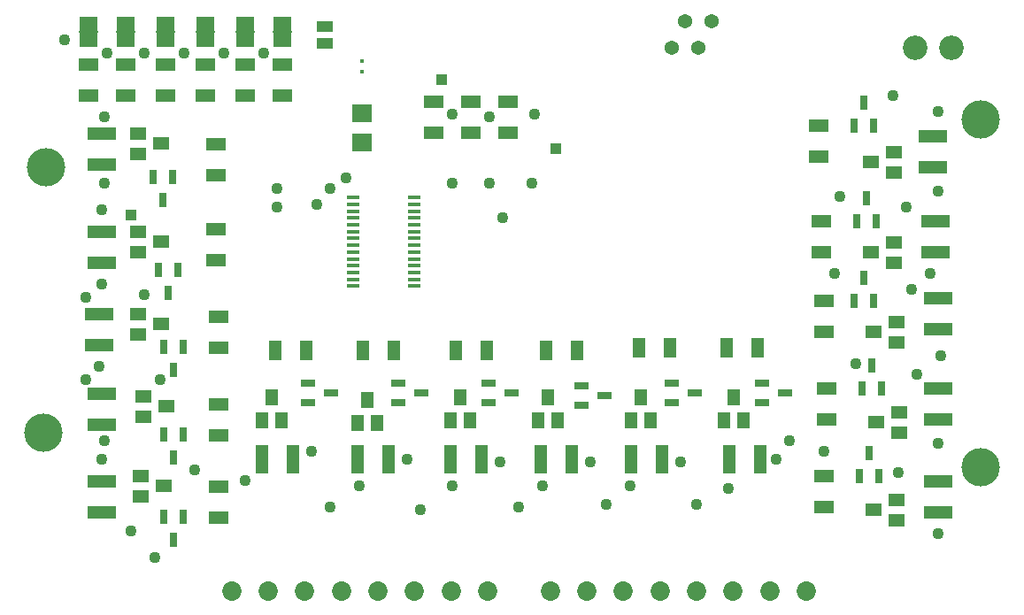
<source format=gts>
G75*
%MOIN*%
%OFA0B0*%
%FSLAX24Y24*%
%IPPOS*%
%LPD*%
%AMOC8*
5,1,8,0,0,1.08239X$1,22.5*
%
%ADD10R,0.0450X0.0180*%
%ADD11R,0.0690X0.0520*%
%ADD12R,0.0720X0.0060*%
%ADD13C,0.0920*%
%ADD14C,0.1444*%
%ADD15R,0.0138X0.0148*%
%ADD16R,0.0750X0.0500*%
%ADD17R,0.0280X0.0580*%
%ADD18R,0.0611X0.0454*%
%ADD19R,0.1100X0.0500*%
%ADD20R,0.0580X0.0280*%
%ADD21R,0.0454X0.0611*%
%ADD22R,0.0500X0.1100*%
%ADD23R,0.0500X0.0750*%
%ADD24R,0.0630X0.0420*%
%ADD25R,0.0769X0.0690*%
%ADD26C,0.0729*%
%ADD27C,0.0540*%
%ADD28C,0.0436*%
%ADD29R,0.0436X0.0436*%
D10*
X012751Y018063D03*
X012751Y018319D03*
X012751Y018575D03*
X012751Y018831D03*
X012751Y019087D03*
X012751Y019343D03*
X012751Y019599D03*
X012751Y019855D03*
X012751Y020111D03*
X012751Y020366D03*
X012751Y020622D03*
X012751Y020878D03*
X012751Y021134D03*
X012751Y021390D03*
X015049Y021390D03*
X015049Y021134D03*
X015049Y020878D03*
X015049Y020622D03*
X015049Y020366D03*
X015049Y020111D03*
X015049Y019855D03*
X015049Y019599D03*
X015049Y019343D03*
X015049Y019087D03*
X015049Y018831D03*
X015049Y018575D03*
X015049Y018319D03*
X015049Y018063D03*
D11*
X010100Y027327D03*
X010100Y027927D03*
X008700Y027927D03*
X008700Y027327D03*
X007200Y027327D03*
X007200Y027927D03*
X005700Y027927D03*
X005700Y027327D03*
X004200Y027327D03*
X004200Y027927D03*
X002800Y027927D03*
X002800Y027327D03*
D12*
X002800Y027627D03*
X004200Y027627D03*
X005700Y027627D03*
X007200Y027627D03*
X008700Y027627D03*
X010100Y027627D03*
D13*
X033931Y027027D03*
X035309Y027027D03*
D14*
X036400Y024327D03*
X036400Y011227D03*
X001200Y022527D03*
X001100Y012527D03*
D15*
X013100Y026125D03*
X013100Y026528D03*
D16*
X010100Y026407D03*
X010100Y025247D03*
X008700Y025247D03*
X008700Y026407D03*
X007200Y026407D03*
X007200Y025247D03*
X005700Y025247D03*
X005700Y026407D03*
X004200Y026407D03*
X004200Y025247D03*
X002800Y025247D03*
X002800Y026407D03*
X007600Y023407D03*
X007600Y022247D03*
X007600Y020207D03*
X007600Y019047D03*
X007700Y016907D03*
X007700Y015747D03*
X007700Y013607D03*
X007700Y012447D03*
X007700Y010507D03*
X007700Y009347D03*
X015800Y023847D03*
X015800Y025007D03*
X017200Y025007D03*
X017200Y023847D03*
X018600Y023847D03*
X018600Y025007D03*
X030300Y024107D03*
X030300Y022947D03*
X030400Y020507D03*
X030400Y019347D03*
X030500Y017507D03*
X030500Y016347D03*
X030600Y014207D03*
X030600Y013047D03*
X030500Y010907D03*
X030500Y009747D03*
D17*
X031830Y010897D03*
X032570Y010897D03*
X032200Y011757D03*
X031930Y014197D03*
X032670Y014197D03*
X032300Y015057D03*
X032370Y017497D03*
X031630Y017497D03*
X032000Y018357D03*
X031730Y020497D03*
X032470Y020497D03*
X032100Y021357D03*
X032370Y024097D03*
X031630Y024097D03*
X032000Y024957D03*
X006170Y018657D03*
X005430Y018657D03*
X005800Y017797D03*
X005630Y015757D03*
X006370Y015757D03*
X006000Y014897D03*
X005630Y012457D03*
X006370Y012457D03*
X006000Y011597D03*
X005630Y009357D03*
X006370Y009357D03*
X006000Y008497D03*
X005600Y021297D03*
X005230Y022157D03*
X005970Y022157D03*
D18*
X004667Y023053D03*
X005533Y023427D03*
X004667Y023801D03*
X004667Y020101D03*
X005533Y019727D03*
X004667Y019353D03*
X004667Y017001D03*
X004667Y016253D03*
X005533Y016627D03*
X004867Y013901D03*
X004867Y013153D03*
X005733Y013527D03*
X004767Y010901D03*
X004767Y010153D03*
X005633Y010527D03*
X032267Y019327D03*
X033133Y019701D03*
X033133Y018953D03*
X033233Y016701D03*
X033233Y015953D03*
X032367Y016327D03*
X033333Y013301D03*
X033333Y012553D03*
X032467Y012927D03*
X033233Y010001D03*
X033233Y009253D03*
X032367Y009627D03*
X033133Y022353D03*
X033133Y023101D03*
X032267Y022727D03*
D19*
X034600Y022547D03*
X034600Y023707D03*
X034700Y020507D03*
X034700Y019347D03*
X034800Y017607D03*
X034800Y016447D03*
X034800Y014207D03*
X034800Y013047D03*
X034800Y010707D03*
X034800Y009547D03*
X003300Y009547D03*
X003300Y010707D03*
X003300Y012847D03*
X003300Y014007D03*
X003200Y015847D03*
X003200Y017007D03*
X003300Y018947D03*
X003300Y020107D03*
X003300Y022647D03*
X003300Y023807D03*
D20*
X011070Y014397D03*
X011930Y014027D03*
X011070Y013657D03*
X014470Y013657D03*
X015330Y014027D03*
X014470Y014397D03*
X017870Y014397D03*
X018730Y014027D03*
X017870Y013657D03*
X021370Y013557D03*
X021370Y014297D03*
X022230Y013927D03*
X024770Y013657D03*
X025630Y014027D03*
X024770Y014397D03*
X028170Y014397D03*
X029030Y014027D03*
X028170Y013657D03*
D21*
X027474Y012994D03*
X026726Y012994D03*
X027100Y013860D03*
X023974Y012994D03*
X023226Y012994D03*
X023600Y013860D03*
X020474Y012994D03*
X019726Y012994D03*
X020100Y013860D03*
X017174Y012994D03*
X016426Y012994D03*
X016800Y013860D03*
X013674Y012894D03*
X012926Y012894D03*
X013300Y013760D03*
X010074Y012994D03*
X009326Y012994D03*
X009700Y013860D03*
D22*
X009320Y011527D03*
X010480Y011527D03*
X012920Y011527D03*
X014080Y011527D03*
X016420Y011527D03*
X017580Y011527D03*
X019820Y011527D03*
X020980Y011527D03*
X023220Y011527D03*
X024380Y011527D03*
X026920Y011527D03*
X028080Y011527D03*
D23*
X027980Y015727D03*
X026820Y015727D03*
X024680Y015727D03*
X023520Y015727D03*
X021180Y015627D03*
X020020Y015627D03*
X017780Y015627D03*
X016620Y015627D03*
X014280Y015627D03*
X013120Y015627D03*
X010980Y015627D03*
X009820Y015627D03*
D24*
X011700Y027207D03*
X011700Y027847D03*
D25*
X013100Y024578D03*
X013100Y023475D03*
D26*
X008177Y006587D03*
X009555Y006587D03*
X010933Y006587D03*
X012311Y006587D03*
X013689Y006587D03*
X015067Y006587D03*
X016445Y006587D03*
X017823Y006587D03*
X020177Y006587D03*
X021555Y006587D03*
X022933Y006587D03*
X024311Y006587D03*
X025689Y006587D03*
X027067Y006587D03*
X028445Y006587D03*
X029823Y006587D03*
D27*
X025750Y027027D03*
X024750Y027027D03*
X025250Y028027D03*
X026250Y028027D03*
D28*
X019600Y024527D03*
X017900Y024427D03*
X016500Y024527D03*
X016500Y021927D03*
X017900Y021927D03*
X018400Y020627D03*
X019500Y021927D03*
X012500Y022127D03*
X011900Y021727D03*
X011400Y021127D03*
X009900Y021027D03*
X009900Y021727D03*
X004900Y017727D03*
X003300Y018127D03*
X002700Y017627D03*
X003200Y015027D03*
X002700Y014527D03*
X003400Y012227D03*
X003300Y011527D03*
X004400Y008827D03*
X005300Y007827D03*
X008700Y010727D03*
X006800Y011127D03*
X005500Y014527D03*
X011200Y011827D03*
X013000Y010527D03*
X011900Y009727D03*
X014800Y011527D03*
X016500Y010527D03*
X015300Y009627D03*
X018300Y011427D03*
X019900Y010527D03*
X019000Y009727D03*
X021700Y011427D03*
X023200Y010527D03*
X022300Y009827D03*
X025100Y011427D03*
X025700Y009827D03*
X026900Y010427D03*
X028700Y011527D03*
X029200Y012227D03*
X030500Y011827D03*
X033300Y011027D03*
X034800Y012127D03*
X034000Y014727D03*
X034900Y015427D03*
X033800Y017927D03*
X034500Y018527D03*
X033600Y021027D03*
X034800Y021627D03*
X034800Y024627D03*
X033100Y025227D03*
X031100Y021427D03*
X030900Y018527D03*
X031700Y015127D03*
X034800Y008727D03*
X009400Y026827D03*
X007900Y026827D03*
X006400Y026827D03*
X004900Y026827D03*
X003500Y026827D03*
X001900Y027327D03*
X003400Y024427D03*
X003400Y021927D03*
X003300Y020927D03*
D29*
X004400Y020727D03*
X016100Y025827D03*
X020400Y023227D03*
M02*

</source>
